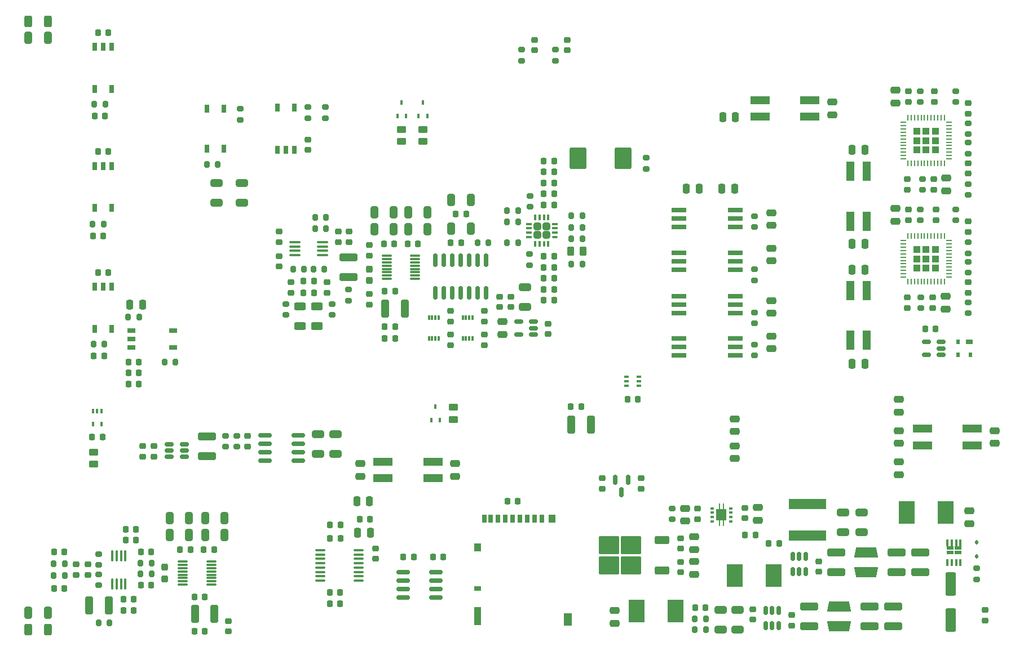
<source format=gtp>
%TF.GenerationSoftware,KiCad,Pcbnew,7.0.1*%
%TF.CreationDate,2023-11-29T10:40:00+01:00*%
%TF.ProjectId,current100A_Artiq,63757272-656e-4743-9130-30415f417274,rev?*%
%TF.SameCoordinates,Original*%
%TF.FileFunction,Paste,Top*%
%TF.FilePolarity,Positive*%
%FSLAX46Y46*%
G04 Gerber Fmt 4.6, Leading zero omitted, Abs format (unit mm)*
G04 Created by KiCad (PCBNEW 7.0.1) date 2023-11-29 10:40:00*
%MOMM*%
%LPD*%
G01*
G04 APERTURE LIST*
G04 Aperture macros list*
%AMRoundRect*
0 Rectangle with rounded corners*
0 $1 Rounding radius*
0 $2 $3 $4 $5 $6 $7 $8 $9 X,Y pos of 4 corners*
0 Add a 4 corners polygon primitive as box body*
4,1,4,$2,$3,$4,$5,$6,$7,$8,$9,$2,$3,0*
0 Add four circle primitives for the rounded corners*
1,1,$1+$1,$2,$3*
1,1,$1+$1,$4,$5*
1,1,$1+$1,$6,$7*
1,1,$1+$1,$8,$9*
0 Add four rect primitives between the rounded corners*
20,1,$1+$1,$2,$3,$4,$5,0*
20,1,$1+$1,$4,$5,$6,$7,0*
20,1,$1+$1,$6,$7,$8,$9,0*
20,1,$1+$1,$8,$9,$2,$3,0*%
%AMOutline4P*
0 Free polygon, 4 corners , with rotation*
0 The origin of the aperture is its center*
0 number of corners: always 4*
0 $1 to $8 corner X, Y*
0 $9 Rotation angle, in degrees counterclockwise*
0 create outline with 4 corners*
4,1,4,$1,$2,$3,$4,$5,$6,$7,$8,$1,$2,$9*%
G04 Aperture macros list end*
%ADD10RoundRect,0.225000X0.225000X0.250000X-0.225000X0.250000X-0.225000X-0.250000X0.225000X-0.250000X0*%
%ADD11RoundRect,0.200000X0.200000X0.275000X-0.200000X0.275000X-0.200000X-0.275000X0.200000X-0.275000X0*%
%ADD12RoundRect,0.225000X0.250000X-0.225000X0.250000X0.225000X-0.250000X0.225000X-0.250000X-0.225000X0*%
%ADD13RoundRect,0.225000X-0.225000X-0.250000X0.225000X-0.250000X0.225000X0.250000X-0.225000X0.250000X0*%
%ADD14RoundRect,0.200000X-0.275000X0.200000X-0.275000X-0.200000X0.275000X-0.200000X0.275000X0.200000X0*%
%ADD15RoundRect,0.250000X-0.325000X-0.650000X0.325000X-0.650000X0.325000X0.650000X-0.325000X0.650000X0*%
%ADD16RoundRect,0.250000X-0.450000X0.262500X-0.450000X-0.262500X0.450000X-0.262500X0.450000X0.262500X0*%
%ADD17R,3.000000X1.200000*%
%ADD18R,2.160000X0.640000*%
%ADD19RoundRect,0.250000X0.475000X-0.250000X0.475000X0.250000X-0.475000X0.250000X-0.475000X-0.250000X0*%
%ADD20RoundRect,0.250000X-0.650000X0.325000X-0.650000X-0.325000X0.650000X-0.325000X0.650000X0.325000X0*%
%ADD21RoundRect,0.250000X0.850000X0.350000X-0.850000X0.350000X-0.850000X-0.350000X0.850000X-0.350000X0*%
%ADD22RoundRect,0.250000X1.275000X1.125000X-1.275000X1.125000X-1.275000X-1.125000X1.275000X-1.125000X0*%
%ADD23RoundRect,0.200000X-0.200000X-0.275000X0.200000X-0.275000X0.200000X0.275000X-0.200000X0.275000X0*%
%ADD24RoundRect,0.200000X0.275000X-0.200000X0.275000X0.200000X-0.275000X0.200000X-0.275000X-0.200000X0*%
%ADD25R,2.413000X3.429000*%
%ADD26RoundRect,0.225000X-0.250000X0.225000X-0.250000X-0.225000X0.250000X-0.225000X0.250000X0.225000X0*%
%ADD27R,0.800000X1.200000*%
%ADD28RoundRect,0.218750X-0.218750X-0.256250X0.218750X-0.256250X0.218750X0.256250X-0.218750X0.256250X0*%
%ADD29R,0.700000X1.200000*%
%ADD30R,1.000000X0.800000*%
%ADD31R,1.000000X1.200000*%
%ADD32R,1.000000X2.800000*%
%ADD33R,1.300000X1.900000*%
%ADD34RoundRect,0.218750X-0.256250X0.218750X-0.256250X-0.218750X0.256250X-0.218750X0.256250X0.218750X0*%
%ADD35RoundRect,0.150000X0.512500X0.150000X-0.512500X0.150000X-0.512500X-0.150000X0.512500X-0.150000X0*%
%ADD36RoundRect,0.250000X-0.312500X-0.625000X0.312500X-0.625000X0.312500X0.625000X-0.312500X0.625000X0*%
%ADD37Outline4P,-1.500000X-0.725000X1.500000X-0.725000X1.800000X0.725000X-1.800000X0.725000X0.000000*%
%ADD38Outline4P,-1.800000X-0.725000X1.800000X-0.725000X1.500000X0.725000X-1.500000X0.725000X0.000000*%
%ADD39R,0.450000X0.700000*%
%ADD40RoundRect,0.250000X0.450000X-0.262500X0.450000X0.262500X-0.450000X0.262500X-0.450000X-0.262500X0*%
%ADD41RoundRect,0.250000X-0.475000X0.250000X-0.475000X-0.250000X0.475000X-0.250000X0.475000X0.250000X0*%
%ADD42RoundRect,0.150000X-0.150000X0.825000X-0.150000X-0.825000X0.150000X-0.825000X0.150000X0.825000X0*%
%ADD43R,0.300000X0.800000*%
%ADD44RoundRect,0.075000X-0.650000X-0.075000X0.650000X-0.075000X0.650000X0.075000X-0.650000X0.075000X0*%
%ADD45RoundRect,0.100000X-0.637500X-0.100000X0.637500X-0.100000X0.637500X0.100000X-0.637500X0.100000X0*%
%ADD46RoundRect,0.250000X0.250000X0.475000X-0.250000X0.475000X-0.250000X-0.475000X0.250000X-0.475000X0*%
%ADD47RoundRect,0.218750X0.218750X0.256250X-0.218750X0.256250X-0.218750X-0.256250X0.218750X-0.256250X0*%
%ADD48RoundRect,0.250000X-1.100000X0.325000X-1.100000X-0.325000X1.100000X-0.325000X1.100000X0.325000X0*%
%ADD49RoundRect,0.150000X0.825000X0.150000X-0.825000X0.150000X-0.825000X-0.150000X0.825000X-0.150000X0*%
%ADD50RoundRect,0.112500X0.112500X-0.187500X0.112500X0.187500X-0.112500X0.187500X-0.112500X-0.187500X0*%
%ADD51RoundRect,0.237500X0.237500X-0.300000X0.237500X0.300000X-0.237500X0.300000X-0.237500X-0.300000X0*%
%ADD52R,1.000000X0.700000*%
%ADD53R,0.600000X0.700000*%
%ADD54RoundRect,0.250000X0.300000X0.300000X-0.300000X0.300000X-0.300000X-0.300000X0.300000X-0.300000X0*%
%ADD55RoundRect,0.062500X0.375000X0.062500X-0.375000X0.062500X-0.375000X-0.062500X0.375000X-0.062500X0*%
%ADD56RoundRect,0.062500X0.062500X0.375000X-0.062500X0.375000X-0.062500X-0.375000X0.062500X-0.375000X0*%
%ADD57R,1.200000X3.000000*%
%ADD58R,0.650000X0.400000*%
%ADD59RoundRect,0.250000X-0.250000X-0.475000X0.250000X-0.475000X0.250000X0.475000X-0.250000X0.475000X0*%
%ADD60RoundRect,0.250000X0.325000X0.650000X-0.325000X0.650000X-0.325000X-0.650000X0.325000X-0.650000X0*%
%ADD61RoundRect,0.250000X1.100000X-0.325000X1.100000X0.325000X-1.100000X0.325000X-1.100000X-0.325000X0*%
%ADD62RoundRect,0.250000X0.625000X-0.312500X0.625000X0.312500X-0.625000X0.312500X-0.625000X-0.312500X0*%
%ADD63R,0.400000X0.650000*%
%ADD64RoundRect,0.250000X0.650000X-0.325000X0.650000X0.325000X-0.650000X0.325000X-0.650000X-0.325000X0*%
%ADD65RoundRect,0.150000X-0.150000X0.587500X-0.150000X-0.587500X0.150000X-0.587500X0.150000X0.587500X0*%
%ADD66RoundRect,0.250000X-0.325000X-1.100000X0.325000X-1.100000X0.325000X1.100000X-0.325000X1.100000X0*%
%ADD67RoundRect,0.218750X0.256250X-0.218750X0.256250X0.218750X-0.256250X0.218750X-0.256250X-0.218750X0*%
%ADD68RoundRect,0.100000X0.100000X-0.712500X0.100000X0.712500X-0.100000X0.712500X-0.100000X-0.712500X0*%
%ADD69RoundRect,0.250000X-0.625000X0.312500X-0.625000X-0.312500X0.625000X-0.312500X0.625000X0.312500X0*%
%ADD70RoundRect,0.100000X0.712500X0.100000X-0.712500X0.100000X-0.712500X-0.100000X0.712500X-0.100000X0*%
%ADD71R,1.200000X0.800000*%
%ADD72RoundRect,0.250000X1.000000X-1.400000X1.000000X1.400000X-1.000000X1.400000X-1.000000X-1.400000X0*%
%ADD73RoundRect,0.250000X-0.550000X1.500000X-0.550000X-1.500000X0.550000X-1.500000X0.550000X1.500000X0*%
%ADD74RoundRect,0.250000X0.325000X1.100000X-0.325000X1.100000X-0.325000X-1.100000X0.325000X-1.100000X0*%
%ADD75R,0.600000X0.310000*%
%ADD76R,0.230000X0.825000*%
%ADD77R,1.500000X1.750000*%
%ADD78RoundRect,0.250000X0.262500X0.450000X-0.262500X0.450000X-0.262500X-0.450000X0.262500X-0.450000X0*%
%ADD79RoundRect,0.150000X0.150000X-0.512500X0.150000X0.512500X-0.150000X0.512500X-0.150000X-0.512500X0*%
%ADD80RoundRect,0.250000X0.315000X-0.315000X0.315000X0.315000X-0.315000X0.315000X-0.315000X-0.315000X0*%
%ADD81RoundRect,0.087500X0.087500X-0.337500X0.087500X0.337500X-0.087500X0.337500X-0.087500X-0.337500X0*%
%ADD82RoundRect,0.081250X0.081250X-0.343750X0.081250X0.343750X-0.081250X0.343750X-0.081250X-0.343750X0*%
%ADD83RoundRect,0.081250X0.343750X-0.081250X0.343750X0.081250X-0.343750X0.081250X-0.343750X-0.081250X0*%
%ADD84RoundRect,0.087500X0.337500X-0.087500X0.337500X0.087500X-0.337500X0.087500X-0.337500X-0.087500X0*%
%ADD85RoundRect,0.150000X-0.825000X-0.150000X0.825000X-0.150000X0.825000X0.150000X-0.825000X0.150000X0*%
%ADD86RoundRect,0.237500X-0.237500X0.300000X-0.237500X-0.300000X0.237500X-0.300000X0.237500X0.300000X0*%
%ADD87R,5.700000X1.600000*%
%ADD88R,1.000000X0.600000*%
%ADD89R,0.420000X1.000000*%
%ADD90R,0.420000X0.990000*%
G04 APERTURE END LIST*
D10*
%TO.C,C134*%
X86500000Y-31877000D03*
X84950000Y-31877000D03*
%TD*%
D11*
%TO.C,R42*%
X81089000Y-32766000D03*
X79439000Y-32766000D03*
%TD*%
D12*
%TO.C,C104*%
X24765000Y-69736000D03*
X24765000Y-68186000D03*
%TD*%
D13*
%TO.C,C41*%
X21831000Y-92837000D03*
X23381000Y-92837000D03*
%TD*%
D14*
%TO.C,R21*%
X146812000Y-32576000D03*
X146812000Y-34226000D03*
%TD*%
D15*
%TO.C,C51*%
X28751000Y-81534000D03*
X31701000Y-81534000D03*
%TD*%
D16*
%TO.C,R48*%
X71374000Y-62333500D03*
X71374000Y-64158500D03*
%TD*%
D15*
%TO.C,C1*%
X7542000Y-6731000D03*
X10492000Y-6731000D03*
%TD*%
D12*
%TO.C,C123*%
X80010000Y-47257000D03*
X80010000Y-45707000D03*
%TD*%
D17*
%TO.C,L1*%
X149292000Y-68052000D03*
X149292000Y-65552000D03*
X141792000Y-65552000D03*
X141792000Y-68052000D03*
%TD*%
D18*
%TO.C,U30*%
X113744000Y-48133000D03*
X113744000Y-46863000D03*
X113744000Y-45593000D03*
X105204000Y-45593000D03*
X105204000Y-46863000D03*
X105204000Y-48133000D03*
%TD*%
D19*
%TO.C,C18*%
X107569000Y-87437000D03*
X107569000Y-85537000D03*
%TD*%
D20*
%TO.C,C29*%
X132715000Y-78154000D03*
X132715000Y-81104000D03*
%TD*%
D10*
%TO.C,C65*%
X54413500Y-82031000D03*
X52863500Y-82031000D03*
%TD*%
D13*
%TO.C,C115*%
X64503000Y-37719000D03*
X66053000Y-37719000D03*
%TD*%
D10*
%TO.C,C21*%
X120282000Y-82804000D03*
X118732000Y-82804000D03*
%TD*%
D21*
%TO.C,U4*%
X102703000Y-86862000D03*
D22*
X98078000Y-86107000D03*
X98078000Y-83057000D03*
X94728000Y-86107000D03*
X94728000Y-83057000D03*
D21*
X102703000Y-82302000D03*
%TD*%
D17*
%TO.C,L15*%
X124908000Y-18649000D03*
X124908000Y-16149000D03*
X117408000Y-16149000D03*
X117408000Y-18649000D03*
%TD*%
D23*
%TO.C,R7*%
X11367000Y-87630000D03*
X13017000Y-87630000D03*
%TD*%
D15*
%TO.C,C132*%
X71042000Y-35433000D03*
X73992000Y-35433000D03*
%TD*%
D20*
%TO.C,C28*%
X114046000Y-92759000D03*
X114046000Y-95709000D03*
%TD*%
D24*
%TO.C,R32*%
X52197000Y-18859000D03*
X52197000Y-17209000D03*
%TD*%
%TO.C,R16*%
X141605000Y-47434000D03*
X141605000Y-45784000D03*
%TD*%
D25*
%TO.C,L6*%
X113665000Y-87630000D03*
X119507000Y-87630000D03*
%TD*%
D12*
%TO.C,C44*%
X37592000Y-96025000D03*
X37592000Y-94475000D03*
%TD*%
D26*
%TO.C,C38*%
X14732000Y-85966000D03*
X14732000Y-87516000D03*
%TD*%
D15*
%TO.C,C2*%
X7542000Y-93218000D03*
X10492000Y-93218000D03*
%TD*%
D14*
%TO.C,R18*%
X148717000Y-46546000D03*
X148717000Y-48196000D03*
%TD*%
D10*
%TO.C,C124*%
X86500000Y-46228000D03*
X84950000Y-46228000D03*
%TD*%
D12*
%TO.C,C78*%
X143637000Y-16396000D03*
X143637000Y-14846000D03*
%TD*%
D27*
%TO.C,U37*%
X34417000Y-23447000D03*
X36957000Y-23447000D03*
X36957000Y-17447000D03*
X34417000Y-17447000D03*
%TD*%
D28*
%TO.C,L12*%
X84937500Y-44577000D03*
X86512500Y-44577000D03*
%TD*%
D23*
%TO.C,R8*%
X11367000Y-85852000D03*
X13017000Y-85852000D03*
%TD*%
D18*
%TO.C,U28*%
X113744000Y-35179000D03*
X113744000Y-33909000D03*
X113744000Y-32639000D03*
X105204000Y-32639000D03*
X105204000Y-33909000D03*
X105204000Y-35179000D03*
%TD*%
D29*
%TO.C,J3*%
X84660000Y-79091000D03*
X83560000Y-79091000D03*
X82460000Y-79091000D03*
X81360000Y-79091000D03*
X80260000Y-79091000D03*
X79160000Y-79091000D03*
X78060000Y-79091000D03*
X76960000Y-79091000D03*
X76010000Y-79091000D03*
D30*
X75060000Y-89591000D03*
D31*
X75060000Y-83391000D03*
D32*
X75060000Y-93741000D03*
D31*
X86210000Y-79091000D03*
D33*
X88560000Y-94191000D03*
%TD*%
D34*
%TO.C,D6*%
X52451000Y-43535500D03*
X52451000Y-45110500D03*
%TD*%
D35*
%TO.C,U16*%
X30982500Y-69784000D03*
X30982500Y-68834000D03*
X30982500Y-67884000D03*
X28707500Y-67884000D03*
X28707500Y-68834000D03*
X28707500Y-69784000D03*
%TD*%
D36*
%TO.C,R1*%
X7554500Y-4318000D03*
X10479500Y-4318000D03*
%TD*%
D14*
%TO.C,R30*%
X37211000Y-66612000D03*
X37211000Y-68262000D03*
%TD*%
D37*
%TO.C,L3*%
X133350000Y-87073000D03*
D38*
X133350000Y-84123000D03*
%TD*%
D13*
%TO.C,C47*%
X24457000Y-89027000D03*
X26007000Y-89027000D03*
%TD*%
D12*
%TO.C,C75*%
X148717000Y-35954000D03*
X148717000Y-34404000D03*
%TD*%
D39*
%TO.C,D11*%
X66152000Y-18526000D03*
X67452000Y-18526000D03*
X66802000Y-16526000D03*
%TD*%
D23*
%TO.C,R5*%
X107633000Y-95758000D03*
X109283000Y-95758000D03*
%TD*%
D15*
%TO.C,C105*%
X59485000Y-35560000D03*
X62435000Y-35560000D03*
%TD*%
D12*
%TO.C,C33*%
X93726000Y-74562000D03*
X93726000Y-73012000D03*
%TD*%
D23*
%TO.C,R64*%
X34354000Y-25781000D03*
X36004000Y-25781000D03*
%TD*%
D18*
%TO.C,U31*%
X113744000Y-54483000D03*
X113744000Y-53213000D03*
X113744000Y-51943000D03*
X105204000Y-51943000D03*
X105204000Y-53213000D03*
X105204000Y-54483000D03*
%TD*%
D40*
%TO.C,R46*%
X63627000Y-22375500D03*
X63627000Y-20550500D03*
%TD*%
D39*
%TO.C,D9*%
X62977000Y-18526000D03*
X64277000Y-18526000D03*
X63627000Y-16526000D03*
%TD*%
D12*
%TO.C,C121*%
X76073000Y-49416000D03*
X76073000Y-47866000D03*
%TD*%
D41*
%TO.C,C141*%
X128270000Y-16449000D03*
X128270000Y-18349000D03*
%TD*%
D42*
%TO.C,U22*%
X76327000Y-40197000D03*
X75057000Y-40197000D03*
X73787000Y-40197000D03*
X72517000Y-40197000D03*
X71247000Y-40197000D03*
X69977000Y-40197000D03*
X68707000Y-40197000D03*
X68707000Y-45147000D03*
X69977000Y-45147000D03*
X71247000Y-45147000D03*
X72517000Y-45147000D03*
X73787000Y-45147000D03*
X75057000Y-45147000D03*
X76327000Y-45147000D03*
%TD*%
D10*
%TO.C,C129*%
X72530000Y-37592000D03*
X70980000Y-37592000D03*
%TD*%
D23*
%TO.C,R45*%
X89091000Y-36957000D03*
X90741000Y-36957000D03*
%TD*%
D24*
%TO.C,R50*%
X82804000Y-40957000D03*
X82804000Y-39307000D03*
%TD*%
D10*
%TO.C,C40*%
X23721000Y-82296000D03*
X22171000Y-82296000D03*
%TD*%
D23*
%TO.C,R56*%
X17209000Y-34798000D03*
X18859000Y-34798000D03*
%TD*%
D43*
%TO.C,U19*%
X69203000Y-48869000D03*
X68703000Y-48869000D03*
X68203000Y-48869000D03*
X67703000Y-48869000D03*
X67703000Y-51969000D03*
X68203000Y-51969000D03*
X68703000Y-51969000D03*
X69203000Y-51969000D03*
%TD*%
D27*
%TO.C,U38*%
X47498000Y-17297000D03*
X44958000Y-17297000D03*
X44958000Y-23597000D03*
X46228000Y-23597000D03*
X47498000Y-23597000D03*
%TD*%
%TO.C,U25*%
X17526000Y-50521000D03*
X20066000Y-50521000D03*
X20066000Y-44221000D03*
X18796000Y-44221000D03*
X17526000Y-44221000D03*
%TD*%
D23*
%TO.C,R36*%
X47308000Y-41529000D03*
X48958000Y-41529000D03*
%TD*%
D44*
%TO.C,U8*%
X30743000Y-85499000D03*
X30743000Y-85999000D03*
X30743000Y-86499000D03*
X30743000Y-86999000D03*
X30743000Y-87499000D03*
X30743000Y-87999000D03*
X30743000Y-88499000D03*
X30743000Y-88999000D03*
X35043000Y-88999000D03*
X35043000Y-88499000D03*
X35043000Y-87999000D03*
X35043000Y-87499000D03*
X35043000Y-86999000D03*
X35043000Y-86499000D03*
X35043000Y-85999000D03*
X35043000Y-85499000D03*
%TD*%
D39*
%TO.C,D10*%
X68057000Y-64246000D03*
X69357000Y-64246000D03*
X68707000Y-62246000D03*
%TD*%
D20*
%TO.C,C27*%
X111506000Y-92759000D03*
X111506000Y-95709000D03*
%TD*%
D45*
%TO.C,U11*%
X51411000Y-83820000D03*
X51411000Y-84470000D03*
X51411000Y-85120000D03*
X51411000Y-85770000D03*
X51411000Y-86420000D03*
X51411000Y-87070000D03*
X51411000Y-87720000D03*
X51411000Y-88370000D03*
X57136000Y-88370000D03*
X57136000Y-87720000D03*
X57136000Y-87070000D03*
X57136000Y-86420000D03*
X57136000Y-85770000D03*
X57136000Y-85120000D03*
X57136000Y-84470000D03*
X57136000Y-83820000D03*
%TD*%
D46*
%TO.C,C63*%
X58906500Y-81142000D03*
X57006500Y-81142000D03*
%TD*%
D26*
%TO.C,C71*%
X148717000Y-43548000D03*
X148717000Y-45098000D03*
%TD*%
D47*
%TO.C,L14*%
X73304500Y-33274000D03*
X71729500Y-33274000D03*
%TD*%
D48*
%TO.C,C6*%
X137414000Y-92251000D03*
X137414000Y-95201000D03*
%TD*%
D12*
%TO.C,C11*%
X122174000Y-95136000D03*
X122174000Y-93586000D03*
%TD*%
D49*
%TO.C,U15*%
X48068000Y-70358000D03*
X48068000Y-69088000D03*
X48068000Y-67818000D03*
X48068000Y-66548000D03*
X43118000Y-66548000D03*
X43118000Y-67818000D03*
X43118000Y-69088000D03*
X43118000Y-70358000D03*
%TD*%
D24*
%TO.C,R14*%
X86741000Y-10223000D03*
X86741000Y-8573000D03*
%TD*%
D13*
%TO.C,C39*%
X21831000Y-91186000D03*
X23381000Y-91186000D03*
%TD*%
D50*
%TO.C,D1*%
X149987000Y-84743000D03*
X149987000Y-82643000D03*
%TD*%
D40*
%TO.C,R52*%
X66802000Y-22375500D03*
X66802000Y-20550500D03*
%TD*%
D17*
%TO.C,L10*%
X60810500Y-70494000D03*
X60810500Y-72994000D03*
X68310500Y-72994000D03*
X68310500Y-70494000D03*
%TD*%
D13*
%TO.C,C32*%
X115176000Y-81534000D03*
X116726000Y-81534000D03*
%TD*%
D47*
%TO.C,D13*%
X18948500Y-54610000D03*
X17373500Y-54610000D03*
%TD*%
D51*
%TO.C,C48*%
X28026000Y-88111500D03*
X28026000Y-86386500D03*
%TD*%
D13*
%TO.C,C127*%
X84950000Y-42926000D03*
X86500000Y-42926000D03*
%TD*%
D26*
%TO.C,C116*%
X70993000Y-51422000D03*
X70993000Y-52972000D03*
%TD*%
%TO.C,C72*%
X148717000Y-25641000D03*
X148717000Y-27191000D03*
%TD*%
D34*
%TO.C,D3*%
X16510000Y-85953500D03*
X16510000Y-87528500D03*
%TD*%
D24*
%TO.C,R29*%
X38862000Y-68262000D03*
X38862000Y-66612000D03*
%TD*%
%TO.C,R67*%
X49530000Y-18859000D03*
X49530000Y-17209000D03*
%TD*%
D13*
%TO.C,C46*%
X32499000Y-90805000D03*
X34049000Y-90805000D03*
%TD*%
%TO.C,C139*%
X18021000Y-5969000D03*
X19571000Y-5969000D03*
%TD*%
D52*
%TO.C,D5*%
X148832000Y-52467000D03*
D53*
X147132000Y-52467000D03*
X147132000Y-54467000D03*
X149032000Y-54467000D03*
%TD*%
D26*
%TO.C,C98*%
X45212000Y-35928000D03*
X45212000Y-37478000D03*
%TD*%
D11*
%TO.C,R41*%
X76644000Y-37592000D03*
X74994000Y-37592000D03*
%TD*%
D10*
%TO.C,C125*%
X86500000Y-25273000D03*
X84950000Y-25273000D03*
%TD*%
D54*
%TO.C,U13*%
X143737000Y-23595000D03*
X143737000Y-22225000D03*
X143737000Y-20855000D03*
X142367000Y-23595000D03*
X142367000Y-22225000D03*
X142367000Y-20855000D03*
X140997000Y-23595000D03*
X140997000Y-22225000D03*
X140997000Y-20855000D03*
D55*
X145804500Y-24975000D03*
X145804500Y-24475000D03*
X145804500Y-23975000D03*
X145804500Y-23475000D03*
X145804500Y-22975000D03*
X145804500Y-22475000D03*
X145804500Y-21975000D03*
X145804500Y-21475000D03*
X145804500Y-20975000D03*
X145804500Y-20475000D03*
X145804500Y-19975000D03*
X145804500Y-19475000D03*
D56*
X145117000Y-18787500D03*
X144617000Y-18787500D03*
X144117000Y-18787500D03*
X143617000Y-18787500D03*
X143117000Y-18787500D03*
X142617000Y-18787500D03*
X142117000Y-18787500D03*
X141617000Y-18787500D03*
X141117000Y-18787500D03*
X140617000Y-18787500D03*
X140117000Y-18787500D03*
X139617000Y-18787500D03*
D55*
X138929500Y-19475000D03*
X138929500Y-19975000D03*
X138929500Y-20475000D03*
X138929500Y-20975000D03*
X138929500Y-21475000D03*
X138929500Y-21975000D03*
X138929500Y-22475000D03*
X138929500Y-22975000D03*
X138929500Y-23475000D03*
X138929500Y-23975000D03*
X138929500Y-24475000D03*
X138929500Y-24975000D03*
D56*
X139617000Y-25662500D03*
X140117000Y-25662500D03*
X140617000Y-25662500D03*
X141117000Y-25662500D03*
X141617000Y-25662500D03*
X142117000Y-25662500D03*
X142617000Y-25662500D03*
X143117000Y-25662500D03*
X143617000Y-25662500D03*
X144117000Y-25662500D03*
X144617000Y-25662500D03*
X145117000Y-25662500D03*
%TD*%
D12*
%TO.C,C153*%
X49530000Y-23635000D03*
X49530000Y-22085000D03*
%TD*%
D19*
%TO.C,C17*%
X113665000Y-65974000D03*
X113665000Y-64074000D03*
%TD*%
D25*
%TO.C,L7*%
X145288000Y-78105000D03*
X139446000Y-78105000D03*
%TD*%
D24*
%TO.C,R22*%
X141859000Y-29654000D03*
X141859000Y-28004000D03*
%TD*%
D11*
%TO.C,R39*%
X52260000Y-35433000D03*
X50610000Y-35433000D03*
%TD*%
D41*
%TO.C,C88*%
X145415000Y-27879000D03*
X145415000Y-29779000D03*
%TD*%
D26*
%TO.C,C118*%
X76073000Y-51422000D03*
X76073000Y-52972000D03*
%TD*%
D12*
%TO.C,C12*%
X126238000Y-87021000D03*
X126238000Y-85471000D03*
%TD*%
D14*
%TO.C,R23*%
X141478000Y-14796000D03*
X141478000Y-16446000D03*
%TD*%
D13*
%TO.C,C133*%
X84950000Y-39624000D03*
X86500000Y-39624000D03*
%TD*%
D14*
%TO.C,R24*%
X148717000Y-28766000D03*
X148717000Y-30416000D03*
%TD*%
D48*
%TO.C,C7*%
X141478000Y-84123000D03*
X141478000Y-87073000D03*
%TD*%
D19*
%TO.C,C85*%
X137795000Y-34351000D03*
X137795000Y-32451000D03*
%TD*%
D14*
%TO.C,R9*%
X18161000Y-84392000D03*
X18161000Y-86042000D03*
%TD*%
D13*
%TO.C,C131*%
X84950000Y-30226000D03*
X86500000Y-30226000D03*
%TD*%
D15*
%TO.C,C53*%
X34085000Y-78994000D03*
X37035000Y-78994000D03*
%TD*%
D24*
%TO.C,R15*%
X81661000Y-10223000D03*
X81661000Y-8573000D03*
%TD*%
D13*
%TO.C,C157*%
X22593000Y-58801000D03*
X24143000Y-58801000D03*
%TD*%
D23*
%TO.C,R53*%
X89091000Y-35306000D03*
X90741000Y-35306000D03*
%TD*%
D12*
%TO.C,C97*%
X54102000Y-37478000D03*
X54102000Y-35928000D03*
%TD*%
D57*
%TO.C,L17*%
X133457000Y-26857000D03*
X130957000Y-26857000D03*
X130957000Y-34357000D03*
X133457000Y-34357000D03*
%TD*%
D26*
%TO.C,C36*%
X108077000Y-77584000D03*
X108077000Y-79134000D03*
%TD*%
D58*
%TO.C,U24*%
X97348000Y-57770000D03*
X97348000Y-58420000D03*
X97348000Y-59070000D03*
X99248000Y-59070000D03*
X99248000Y-58420000D03*
X99248000Y-57770000D03*
%TD*%
D41*
%TO.C,C35*%
X148844000Y-77917000D03*
X148844000Y-79817000D03*
%TD*%
D24*
%TO.C,R66*%
X39370000Y-19113000D03*
X39370000Y-17463000D03*
%TD*%
D44*
%TO.C,U18*%
X61350000Y-39525000D03*
X61350000Y-40025000D03*
X61350000Y-40525000D03*
X61350000Y-41025000D03*
X61350000Y-41525000D03*
X61350000Y-42025000D03*
X61350000Y-42525000D03*
X61350000Y-43025000D03*
X65650000Y-43025000D03*
X65650000Y-42525000D03*
X65650000Y-42025000D03*
X65650000Y-41525000D03*
X65650000Y-41025000D03*
X65650000Y-40525000D03*
X65650000Y-40025000D03*
X65650000Y-39525000D03*
%TD*%
D41*
%TO.C,C15*%
X138303000Y-61153000D03*
X138303000Y-63053000D03*
%TD*%
D59*
%TO.C,C146*%
X131257000Y-37719000D03*
X133157000Y-37719000D03*
%TD*%
D60*
%TO.C,C50*%
X31701000Y-78994000D03*
X28751000Y-78994000D03*
%TD*%
D23*
%TO.C,R55*%
X17336000Y-52832000D03*
X18986000Y-52832000D03*
%TD*%
D27*
%TO.C,U27*%
X17526000Y-14453000D03*
X20066000Y-14453000D03*
X20066000Y-8153000D03*
X18796000Y-8153000D03*
X17526000Y-8153000D03*
%TD*%
D47*
%TO.C,D2*%
X12979500Y-89535000D03*
X11404500Y-89535000D03*
%TD*%
D24*
%TO.C,R40*%
X82931000Y-32194000D03*
X82931000Y-30544000D03*
%TD*%
D23*
%TO.C,R63*%
X28004000Y-55499000D03*
X29654000Y-55499000D03*
%TD*%
D24*
%TO.C,R34*%
X46228000Y-48450000D03*
X46228000Y-46800000D03*
%TD*%
D11*
%TO.C,R4*%
X109283000Y-94107000D03*
X107633000Y-94107000D03*
%TD*%
D61*
%TO.C,C9*%
X124841000Y-95201000D03*
X124841000Y-92251000D03*
%TD*%
D36*
%TO.C,R2*%
X7554500Y-95758000D03*
X10479500Y-95758000D03*
%TD*%
D62*
%TO.C,R28*%
X48387000Y-50103500D03*
X48387000Y-47178500D03*
%TD*%
D34*
%TO.C,L4*%
X151257000Y-92811500D03*
X151257000Y-94386500D03*
%TD*%
D28*
%TO.C,D4*%
X11404500Y-84074000D03*
X12979500Y-84074000D03*
%TD*%
D14*
%TO.C,R20*%
X148717000Y-37529000D03*
X148717000Y-39179000D03*
%TD*%
D43*
%TO.C,U20*%
X74283000Y-48869000D03*
X73783000Y-48869000D03*
X73283000Y-48869000D03*
X72783000Y-48869000D03*
X72783000Y-51969000D03*
X73283000Y-51969000D03*
X73783000Y-51969000D03*
X74283000Y-51969000D03*
%TD*%
D13*
%TO.C,C154*%
X22593000Y-55499000D03*
X24143000Y-55499000D03*
%TD*%
D12*
%TO.C,C68*%
X59734500Y-85092000D03*
X59734500Y-83542000D03*
%TD*%
D47*
%TO.C,L11*%
X62636500Y-50165000D03*
X61061500Y-50165000D03*
%TD*%
%TO.C,L9*%
X34061500Y-96012000D03*
X32486500Y-96012000D03*
%TD*%
D41*
%TO.C,C151*%
X119126000Y-46294000D03*
X119126000Y-48194000D03*
%TD*%
D26*
%TO.C,C82*%
X139573000Y-28054000D03*
X139573000Y-29604000D03*
%TD*%
D12*
%TO.C,C74*%
X83566000Y-8649000D03*
X83566000Y-7099000D03*
%TD*%
D63*
%TO.C,U32*%
X18557000Y-62931000D03*
X17907000Y-62931000D03*
X17257000Y-62931000D03*
X17257000Y-64831000D03*
X18557000Y-64831000D03*
%TD*%
D60*
%TO.C,C54*%
X37035000Y-81534000D03*
X34085000Y-81534000D03*
%TD*%
D26*
%TO.C,C126*%
X78359000Y-45707000D03*
X78359000Y-47257000D03*
%TD*%
D24*
%TO.C,R61*%
X116586000Y-54546000D03*
X116586000Y-52896000D03*
%TD*%
D64*
%TO.C,C90*%
X53721000Y-69293000D03*
X53721000Y-66343000D03*
%TD*%
D65*
%TO.C,U5*%
X97597000Y-73230500D03*
X95697000Y-73230500D03*
X96647000Y-75105500D03*
%TD*%
D26*
%TO.C,C81*%
X139573000Y-45834000D03*
X139573000Y-47384000D03*
%TD*%
D41*
%TO.C,C87*%
X145288000Y-45659000D03*
X145288000Y-47559000D03*
%TD*%
D14*
%TO.C,R25*%
X148717000Y-22543000D03*
X148717000Y-24193000D03*
%TD*%
D19*
%TO.C,C59*%
X57448500Y-72694000D03*
X57448500Y-70794000D03*
%TD*%
D59*
%TO.C,C144*%
X111826000Y-18669000D03*
X113726000Y-18669000D03*
%TD*%
D12*
%TO.C,C80*%
X139700000Y-16396000D03*
X139700000Y-14846000D03*
%TD*%
%TO.C,C79*%
X139700000Y-34176000D03*
X139700000Y-32626000D03*
%TD*%
D26*
%TO.C,C109*%
X58801000Y-45326000D03*
X58801000Y-46876000D03*
%TD*%
D10*
%TO.C,C67*%
X65418000Y-84836000D03*
X63868000Y-84836000D03*
%TD*%
D41*
%TO.C,C149*%
X119126000Y-38420000D03*
X119126000Y-40320000D03*
%TD*%
D59*
%TO.C,C150*%
X106365000Y-29464000D03*
X108265000Y-29464000D03*
%TD*%
D10*
%TO.C,C60*%
X69863000Y-84836000D03*
X68313000Y-84836000D03*
%TD*%
D13*
%TO.C,C89*%
X142227000Y-50546000D03*
X143777000Y-50546000D03*
%TD*%
D66*
%TO.C,C110*%
X61136000Y-47498000D03*
X64086000Y-47498000D03*
%TD*%
D35*
%TO.C,U21*%
X83433500Y-51369000D03*
X83433500Y-50419000D03*
X83433500Y-49469000D03*
X81158500Y-49469000D03*
X81158500Y-51369000D03*
%TD*%
D10*
%TO.C,C128*%
X86500000Y-28575000D03*
X84950000Y-28575000D03*
%TD*%
D13*
%TO.C,C64*%
X57308500Y-79110000D03*
X58858500Y-79110000D03*
%TD*%
D40*
%TO.C,R62*%
X17399000Y-70889500D03*
X17399000Y-69064500D03*
%TD*%
D67*
%TO.C,D8*%
X46990000Y-45110500D03*
X46990000Y-43535500D03*
%TD*%
D60*
%TO.C,C114*%
X67515000Y-35560000D03*
X64565000Y-35560000D03*
%TD*%
D20*
%TO.C,C91*%
X51054000Y-66343000D03*
X51054000Y-69293000D03*
%TD*%
D14*
%TO.C,R6*%
X104267000Y-77534000D03*
X104267000Y-79184000D03*
%TD*%
D37*
%TO.C,L2*%
X129286000Y-95201000D03*
D38*
X129286000Y-92251000D03*
%TD*%
D64*
%TO.C,C92*%
X39624000Y-31574000D03*
X39624000Y-28624000D03*
%TD*%
D12*
%TO.C,C30*%
X99568000Y-74562000D03*
X99568000Y-73012000D03*
%TD*%
D10*
%TO.C,C130*%
X86500000Y-41275000D03*
X84950000Y-41275000D03*
%TD*%
D59*
%TO.C,C143*%
X131257000Y-23622000D03*
X133157000Y-23622000D03*
%TD*%
D41*
%TO.C,C25*%
X117094000Y-77409000D03*
X117094000Y-79309000D03*
%TD*%
D68*
%TO.C,U7*%
X20193000Y-88853500D03*
X20843000Y-88853500D03*
X21493000Y-88853500D03*
X22143000Y-88853500D03*
X22143000Y-84628500D03*
X21493000Y-84628500D03*
X20843000Y-84628500D03*
X20193000Y-84628500D03*
%TD*%
D14*
%TO.C,R26*%
X148717000Y-19622000D03*
X148717000Y-21272000D03*
%TD*%
D23*
%TO.C,R49*%
X79439000Y-37592000D03*
X81089000Y-37592000D03*
%TD*%
D12*
%TO.C,C73*%
X88519000Y-8649000D03*
X88519000Y-7099000D03*
%TD*%
D41*
%TO.C,C148*%
X119126000Y-51628000D03*
X119126000Y-53528000D03*
%TD*%
D11*
%TO.C,R43*%
X90741000Y-40767000D03*
X89091000Y-40767000D03*
%TD*%
D12*
%TO.C,C22*%
X105537000Y-83579000D03*
X105537000Y-82029000D03*
%TD*%
D69*
%TO.C,R31*%
X50927000Y-47178500D03*
X50927000Y-50103500D03*
%TD*%
D10*
%TO.C,C42*%
X23721000Y-80645000D03*
X22171000Y-80645000D03*
%TD*%
D70*
%TO.C,U17*%
X51769500Y-39456000D03*
X51769500Y-38806000D03*
X51769500Y-38156000D03*
X51769500Y-37506000D03*
X47544500Y-37506000D03*
X47544500Y-38156000D03*
X47544500Y-38806000D03*
X47544500Y-39456000D03*
%TD*%
D26*
%TO.C,C107*%
X58801000Y-37960000D03*
X58801000Y-39510000D03*
%TD*%
D25*
%TO.C,L8*%
X98933000Y-92964000D03*
X104775000Y-92964000D03*
%TD*%
D13*
%TO.C,C156*%
X22593000Y-57150000D03*
X24143000Y-57150000D03*
%TD*%
D19*
%TO.C,C61*%
X71672500Y-72694000D03*
X71672500Y-70794000D03*
%TD*%
D66*
%TO.C,C45*%
X32561000Y-93345000D03*
X35511000Y-93345000D03*
%TD*%
D14*
%TO.C,R35*%
X55626000Y-44641000D03*
X55626000Y-46291000D03*
%TD*%
D59*
%TO.C,C147*%
X111699000Y-29464000D03*
X113599000Y-29464000D03*
%TD*%
D10*
%TO.C,C49*%
X26007000Y-84074000D03*
X24457000Y-84074000D03*
%TD*%
D13*
%TO.C,C66*%
X52819000Y-90159000D03*
X54369000Y-90159000D03*
%TD*%
D48*
%TO.C,C4*%
X137922000Y-84123000D03*
X137922000Y-87073000D03*
%TD*%
D11*
%TO.C,R37*%
X52006000Y-41529000D03*
X50356000Y-41529000D03*
%TD*%
D71*
%TO.C,U36*%
X29312000Y-53340000D03*
X29312000Y-50800000D03*
X23012000Y-50800000D03*
X23012000Y-52070000D03*
X23012000Y-53340000D03*
%TD*%
D12*
%TO.C,C102*%
X26416000Y-69736000D03*
X26416000Y-68186000D03*
%TD*%
D26*
%TO.C,C83*%
X143383000Y-45834000D03*
X143383000Y-47384000D03*
%TD*%
D10*
%TO.C,C23*%
X109233000Y-92456000D03*
X107683000Y-92456000D03*
%TD*%
D19*
%TO.C,C119*%
X78740000Y-51369000D03*
X78740000Y-49469000D03*
%TD*%
D24*
%TO.C,R33*%
X53213000Y-48450000D03*
X53213000Y-46800000D03*
%TD*%
D14*
%TO.C,R3*%
X149987000Y-86551000D03*
X149987000Y-88201000D03*
%TD*%
D10*
%TO.C,C52*%
X31890000Y-83693000D03*
X30340000Y-83693000D03*
%TD*%
D14*
%TO.C,R17*%
X141478000Y-32576000D03*
X141478000Y-34226000D03*
%TD*%
D48*
%TO.C,C3*%
X133858000Y-92251000D03*
X133858000Y-95201000D03*
%TD*%
D41*
%TO.C,C26*%
X107569000Y-81793000D03*
X107569000Y-83693000D03*
%TD*%
D54*
%TO.C,U12*%
X143737000Y-41375000D03*
X143737000Y-40005000D03*
X143737000Y-38635000D03*
X142367000Y-41375000D03*
X142367000Y-40005000D03*
X142367000Y-38635000D03*
X140997000Y-41375000D03*
X140997000Y-40005000D03*
X140997000Y-38635000D03*
D55*
X145804500Y-42755000D03*
X145804500Y-42255000D03*
X145804500Y-41755000D03*
X145804500Y-41255000D03*
X145804500Y-40755000D03*
X145804500Y-40255000D03*
X145804500Y-39755000D03*
X145804500Y-39255000D03*
X145804500Y-38755000D03*
X145804500Y-38255000D03*
X145804500Y-37755000D03*
X145804500Y-37255000D03*
D56*
X145117000Y-36567500D03*
X144617000Y-36567500D03*
X144117000Y-36567500D03*
X143617000Y-36567500D03*
X143117000Y-36567500D03*
X142617000Y-36567500D03*
X142117000Y-36567500D03*
X141617000Y-36567500D03*
X141117000Y-36567500D03*
X140617000Y-36567500D03*
X140117000Y-36567500D03*
X139617000Y-36567500D03*
D55*
X138929500Y-37255000D03*
X138929500Y-37755000D03*
X138929500Y-38255000D03*
X138929500Y-38755000D03*
X138929500Y-39255000D03*
X138929500Y-39755000D03*
X138929500Y-40255000D03*
X138929500Y-40755000D03*
X138929500Y-41255000D03*
X138929500Y-41755000D03*
X138929500Y-42255000D03*
X138929500Y-42755000D03*
D56*
X139617000Y-43442500D03*
X140117000Y-43442500D03*
X140617000Y-43442500D03*
X141117000Y-43442500D03*
X141617000Y-43442500D03*
X142117000Y-43442500D03*
X142617000Y-43442500D03*
X143117000Y-43442500D03*
X143617000Y-43442500D03*
X144117000Y-43442500D03*
X144617000Y-43442500D03*
X145117000Y-43442500D03*
%TD*%
D41*
%TO.C,C37*%
X106172000Y-77536000D03*
X106172000Y-79436000D03*
%TD*%
D14*
%TO.C,R27*%
X146812000Y-14796000D03*
X146812000Y-16446000D03*
%TD*%
D27*
%TO.C,U26*%
X17526000Y-32360000D03*
X20066000Y-32360000D03*
X20066000Y-26060000D03*
X18796000Y-26060000D03*
X17526000Y-26060000D03*
%TD*%
D12*
%TO.C,C120*%
X70993000Y-49416000D03*
X70993000Y-47866000D03*
%TD*%
D41*
%TO.C,C8*%
X138303000Y-65852000D03*
X138303000Y-67752000D03*
%TD*%
D23*
%TO.C,R65*%
X22543000Y-48768000D03*
X24193000Y-48768000D03*
%TD*%
D72*
%TO.C,D12*%
X90072000Y-24892000D03*
X96872000Y-24892000D03*
%TD*%
D23*
%TO.C,R57*%
X17463000Y-16764000D03*
X19113000Y-16764000D03*
%TD*%
D11*
%TO.C,R13*%
X26057000Y-85725000D03*
X24407000Y-85725000D03*
%TD*%
D12*
%TO.C,C20*%
X116332000Y-94247000D03*
X116332000Y-92697000D03*
%TD*%
D60*
%TO.C,C103*%
X62435000Y-33020000D03*
X59485000Y-33020000D03*
%TD*%
D10*
%TO.C,C106*%
X62624000Y-51943000D03*
X61074000Y-51943000D03*
%TD*%
D13*
%TO.C,C55*%
X33896000Y-83693000D03*
X35446000Y-83693000D03*
%TD*%
D10*
%TO.C,C111*%
X62497000Y-37719000D03*
X60947000Y-37719000D03*
%TD*%
D61*
%TO.C,C99*%
X55626000Y-42750000D03*
X55626000Y-39800000D03*
%TD*%
D35*
%TO.C,U14*%
X144647500Y-54417000D03*
X144647500Y-53467000D03*
X144647500Y-52517000D03*
X142372500Y-52517000D03*
X142372500Y-54417000D03*
%TD*%
D11*
%TO.C,R38*%
X52260000Y-33782000D03*
X50610000Y-33782000D03*
%TD*%
D20*
%TO.C,C122*%
X82169000Y-44245000D03*
X82169000Y-47195000D03*
%TD*%
D11*
%TO.C,R11*%
X19748000Y-94742000D03*
X18098000Y-94742000D03*
%TD*%
D73*
%TO.C,C13*%
X146050000Y-88867000D03*
X146050000Y-94267000D03*
%TD*%
D26*
%TO.C,C31*%
X115189000Y-77457000D03*
X115189000Y-79007000D03*
%TD*%
D10*
%TO.C,C69*%
X54413500Y-79999000D03*
X52863500Y-79999000D03*
%TD*%
D74*
%TO.C,C43*%
X19636000Y-92075000D03*
X16686000Y-92075000D03*
%TD*%
D59*
%TO.C,C142*%
X131257000Y-41656000D03*
X133157000Y-41656000D03*
%TD*%
D19*
%TO.C,C14*%
X138303000Y-72451000D03*
X138303000Y-70551000D03*
%TD*%
D57*
%TO.C,L16*%
X133457000Y-44764000D03*
X130957000Y-44764000D03*
X130957000Y-52264000D03*
X133457000Y-52264000D03*
%TD*%
D47*
%TO.C,D15*%
X19075500Y-18542000D03*
X17500500Y-18542000D03*
%TD*%
D75*
%TO.C,U6*%
X110233000Y-77511000D03*
X110233000Y-78161000D03*
X110233000Y-78811000D03*
X110233000Y-79461000D03*
X113033000Y-79461000D03*
X113033000Y-78811000D03*
X113033000Y-78161000D03*
X113033000Y-77511000D03*
D76*
X111308000Y-77198000D03*
X111308000Y-79774000D03*
D77*
X111633000Y-78486000D03*
D76*
X111958000Y-77198000D03*
X111958000Y-79774000D03*
%TD*%
D41*
%TO.C,C5*%
X152654000Y-65852000D03*
X152654000Y-67752000D03*
%TD*%
D66*
%TO.C,C56*%
X89076000Y-64897000D03*
X92026000Y-64897000D03*
%TD*%
D19*
%TO.C,C86*%
X137795000Y-16571000D03*
X137795000Y-14671000D03*
%TD*%
D26*
%TO.C,C84*%
X143510000Y-28054000D03*
X143510000Y-29604000D03*
%TD*%
D48*
%TO.C,C93*%
X34417000Y-66724000D03*
X34417000Y-69674000D03*
%TD*%
D12*
%TO.C,C100*%
X55753000Y-37478000D03*
X55753000Y-35928000D03*
%TD*%
D14*
%TO.C,R60*%
X116586000Y-48070000D03*
X116586000Y-49720000D03*
%TD*%
D23*
%TO.C,R44*%
X79439000Y-34417000D03*
X81089000Y-34417000D03*
%TD*%
D12*
%TO.C,C95*%
X40513000Y-68212000D03*
X40513000Y-66662000D03*
%TD*%
D13*
%TO.C,C137*%
X18021000Y-42037000D03*
X19571000Y-42037000D03*
%TD*%
D41*
%TO.C,C152*%
X119126000Y-33086000D03*
X119126000Y-34986000D03*
%TD*%
D47*
%TO.C,D7*%
X50444500Y-43307000D03*
X48869500Y-43307000D03*
%TD*%
D11*
%TO.C,R12*%
X26057000Y-87376000D03*
X24407000Y-87376000D03*
%TD*%
D78*
%TO.C,R47*%
X90828500Y-38862000D03*
X89003500Y-38862000D03*
%TD*%
D79*
%TO.C,U3*%
X122367000Y-86989500D03*
X123317000Y-86989500D03*
X124267000Y-86989500D03*
X124267000Y-84714500D03*
X123317000Y-84714500D03*
X122367000Y-84714500D03*
%TD*%
D12*
%TO.C,C77*%
X143891000Y-34176000D03*
X143891000Y-32626000D03*
%TD*%
D10*
%TO.C,C57*%
X81039000Y-76454000D03*
X79489000Y-76454000D03*
%TD*%
D26*
%TO.C,C19*%
X105537000Y-85585000D03*
X105537000Y-87135000D03*
%TD*%
D28*
%TO.C,L13*%
X84937500Y-26924000D03*
X86512500Y-26924000D03*
%TD*%
D12*
%TO.C,C117*%
X85598000Y-51321000D03*
X85598000Y-49771000D03*
%TD*%
D14*
%TO.C,R51*%
X100330000Y-24829000D03*
X100330000Y-26479000D03*
%TD*%
D12*
%TO.C,C101*%
X45212000Y-41161000D03*
X45212000Y-39611000D03*
%TD*%
D60*
%TO.C,C135*%
X73992000Y-31115000D03*
X71042000Y-31115000D03*
%TD*%
D24*
%TO.C,R58*%
X116586000Y-35242000D03*
X116586000Y-33592000D03*
%TD*%
D80*
%TO.C,U23*%
X84008200Y-36387800D03*
X85308200Y-36387800D03*
X84008200Y-35087800D03*
X85308200Y-35087800D03*
D81*
X83683200Y-37712800D03*
X84333200Y-37712800D03*
D82*
X84983200Y-37712800D03*
D81*
X85633200Y-37712800D03*
D83*
X86633200Y-36712800D03*
D84*
X86633200Y-36062800D03*
X86633200Y-35412800D03*
X86633200Y-34762800D03*
D81*
X85633200Y-33762800D03*
X84983200Y-33762800D03*
X84333200Y-33762800D03*
X83683200Y-33762800D03*
D84*
X82683200Y-34762800D03*
X82683200Y-35412800D03*
X82683200Y-36062800D03*
X82683200Y-36712800D03*
%TD*%
D12*
%TO.C,C76*%
X148717000Y-18174000D03*
X148717000Y-16624000D03*
%TD*%
D59*
%TO.C,C62*%
X56879500Y-76443000D03*
X58779500Y-76443000D03*
%TD*%
D61*
%TO.C,C10*%
X128905000Y-87073000D03*
X128905000Y-84123000D03*
%TD*%
D59*
%TO.C,C145*%
X131257000Y-55753000D03*
X133157000Y-55753000D03*
%TD*%
D24*
%TO.C,R10*%
X18161000Y-89090000D03*
X18161000Y-87440000D03*
%TD*%
D10*
%TO.C,C70*%
X54369000Y-91810000D03*
X52819000Y-91810000D03*
%TD*%
%TO.C,C136*%
X99073000Y-61087000D03*
X97523000Y-61087000D03*
%TD*%
D20*
%TO.C,C24*%
X129921000Y-78154000D03*
X129921000Y-81104000D03*
%TD*%
D85*
%TO.C,U10*%
X63819000Y-87122000D03*
X63819000Y-88392000D03*
X63819000Y-89662000D03*
X63819000Y-90932000D03*
X68769000Y-90932000D03*
X68769000Y-89662000D03*
X68769000Y-88392000D03*
X68769000Y-87122000D03*
%TD*%
D23*
%TO.C,R54*%
X89091000Y-33528000D03*
X90741000Y-33528000D03*
%TD*%
D18*
%TO.C,U29*%
X113744000Y-41656000D03*
X113744000Y-40386000D03*
X113744000Y-39116000D03*
X105204000Y-39116000D03*
X105204000Y-40386000D03*
X105204000Y-41656000D03*
%TD*%
D47*
%TO.C,D14*%
X18821500Y-36576000D03*
X17246500Y-36576000D03*
%TD*%
D14*
%TO.C,R19*%
X148717000Y-40450000D03*
X148717000Y-42100000D03*
%TD*%
D79*
%TO.C,U2*%
X118303000Y-95117500D03*
X119253000Y-95117500D03*
X120203000Y-95117500D03*
X120203000Y-92842500D03*
X119253000Y-92842500D03*
X118303000Y-92842500D03*
%TD*%
D86*
%TO.C,C108*%
X58801000Y-41555500D03*
X58801000Y-43280500D03*
%TD*%
D13*
%TO.C,C58*%
X89014000Y-62230000D03*
X90564000Y-62230000D03*
%TD*%
D19*
%TO.C,C16*%
X113665000Y-70038000D03*
X113665000Y-68138000D03*
%TD*%
D13*
%TO.C,C112*%
X61074000Y-44831000D03*
X62624000Y-44831000D03*
%TD*%
D87*
%TO.C,L5*%
X124587000Y-76898000D03*
X124587000Y-81598000D03*
%TD*%
D41*
%TO.C,C34*%
X95631000Y-92903000D03*
X95631000Y-94803000D03*
%TD*%
D14*
%TO.C,R59*%
X116586000Y-41593000D03*
X116586000Y-43243000D03*
%TD*%
D13*
%TO.C,C96*%
X48882000Y-45085000D03*
X50432000Y-45085000D03*
%TD*%
D64*
%TO.C,C94*%
X35814000Y-31574000D03*
X35814000Y-28624000D03*
%TD*%
D88*
%TO.C,Q1*%
X145993000Y-84181000D03*
X147123000Y-84181000D03*
X145993000Y-83471000D03*
X147123000Y-83471000D03*
D89*
X145583000Y-82701000D03*
X146233000Y-82701000D03*
X146883000Y-82701000D03*
X147533000Y-82701000D03*
D90*
X145583000Y-85701000D03*
D89*
X146233000Y-85701000D03*
X146883000Y-85701000D03*
X147533000Y-85701000D03*
%TD*%
D10*
%TO.C,C140*%
X18682000Y-66802000D03*
X17132000Y-66802000D03*
%TD*%
D13*
%TO.C,C138*%
X18021000Y-23876000D03*
X19571000Y-23876000D03*
%TD*%
D46*
%TO.C,C155*%
X24699000Y-46863000D03*
X22799000Y-46863000D03*
%TD*%
D15*
%TO.C,C113*%
X64565000Y-33020000D03*
X67515000Y-33020000D03*
%TD*%
M02*

</source>
